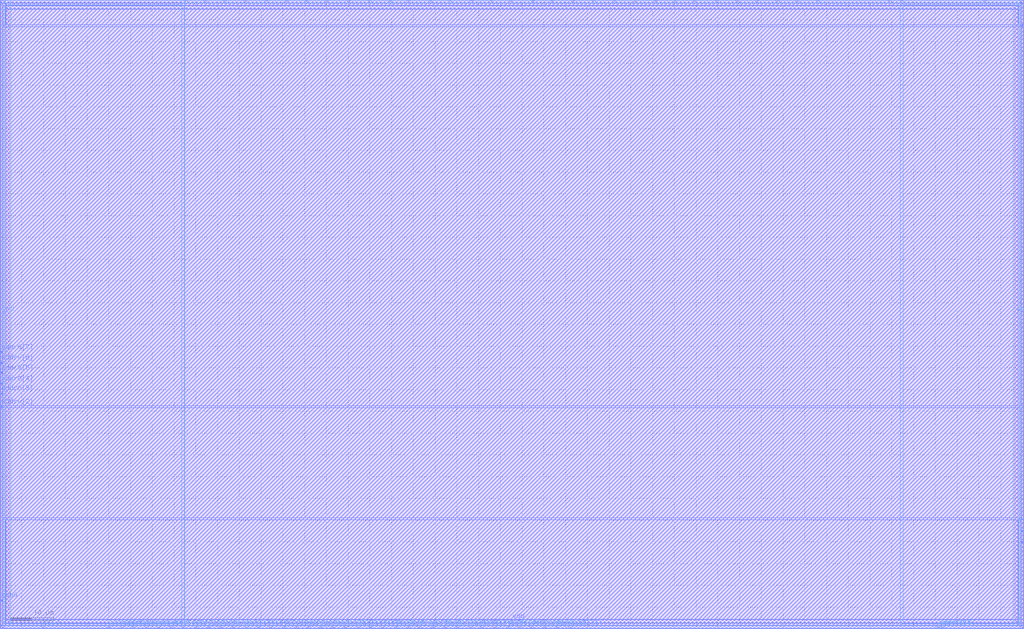
<source format=lef>
VERSION 5.4 ;
NAMESCASESENSITIVE ON ;
BUSBITCHARS "[]" ;
DIVIDERCHAR "/" ;
UNITS
  DATABASE MICRONS 2000 ;
END UNITS
MACRO dmem
   CLASS BLOCK ;
   SIZE 235.34 BY 144.62 ;
   SYMMETRY X Y R90 ;
   PIN din0[0]
      DIRECTION INPUT ;
      PORT
         LAYER metal4 ;
         RECT  42.0 0.0 42.14 0.42 ;
      END
   END din0[0]
   PIN din0[1]
      DIRECTION INPUT ;
      PORT
         LAYER metal4 ;
         RECT  45.08 0.0 45.22 0.42 ;
      END
   END din0[1]
   PIN din0[2]
      DIRECTION INPUT ;
      PORT
         LAYER metal4 ;
         RECT  47.88 0.0 48.02 0.42 ;
      END
   END din0[2]
   PIN din0[3]
      DIRECTION INPUT ;
      PORT
         LAYER metal4 ;
         RECT  50.68 0.0 50.82 0.42 ;
      END
   END din0[3]
   PIN din0[4]
      DIRECTION INPUT ;
      PORT
         LAYER metal4 ;
         RECT  53.48 0.0 53.62 0.42 ;
      END
   END din0[4]
   PIN din0[5]
      DIRECTION INPUT ;
      PORT
         LAYER metal4 ;
         RECT  56.56 0.0 56.7 0.42 ;
      END
   END din0[5]
   PIN din0[6]
      DIRECTION INPUT ;
      PORT
         LAYER metal4 ;
         RECT  59.36 0.0 59.5 0.42 ;
      END
   END din0[6]
   PIN din0[7]
      DIRECTION INPUT ;
      PORT
         LAYER metal4 ;
         RECT  62.16 0.0 62.3 0.42 ;
      END
   END din0[7]
   PIN din0[8]
      DIRECTION INPUT ;
      PORT
         LAYER metal4 ;
         RECT  65.24 0.0 65.38 0.42 ;
      END
   END din0[8]
   PIN din0[9]
      DIRECTION INPUT ;
      PORT
         LAYER metal4 ;
         RECT  68.04 0.0 68.18 0.42 ;
      END
   END din0[9]
   PIN din0[10]
      DIRECTION INPUT ;
      PORT
         LAYER metal4 ;
         RECT  70.84 0.0 70.98 0.42 ;
      END
   END din0[10]
   PIN din0[11]
      DIRECTION INPUT ;
      PORT
         LAYER metal4 ;
         RECT  73.64 0.0 73.78 0.42 ;
      END
   END din0[11]
   PIN din0[12]
      DIRECTION INPUT ;
      PORT
         LAYER metal4 ;
         RECT  76.44 0.0 76.58 0.42 ;
      END
   END din0[12]
   PIN din0[13]
      DIRECTION INPUT ;
      PORT
         LAYER metal4 ;
         RECT  79.24 0.0 79.38 0.42 ;
      END
   END din0[13]
   PIN din0[14]
      DIRECTION INPUT ;
      PORT
         LAYER metal4 ;
         RECT  82.32 0.0 82.46 0.42 ;
      END
   END din0[14]
   PIN din0[15]
      DIRECTION INPUT ;
      PORT
         LAYER metal4 ;
         RECT  85.12 0.0 85.26 0.42 ;
      END
   END din0[15]
   PIN din0[16]
      DIRECTION INPUT ;
      PORT
         LAYER metal4 ;
         RECT  87.92 0.0 88.06 0.42 ;
      END
   END din0[16]
   PIN din0[17]
      DIRECTION INPUT ;
      PORT
         LAYER metal4 ;
         RECT  91.0 0.0 91.14 0.42 ;
      END
   END din0[17]
   PIN din0[18]
      DIRECTION INPUT ;
      PORT
         LAYER metal4 ;
         RECT  93.8 0.0 93.94 0.42 ;
      END
   END din0[18]
   PIN din0[19]
      DIRECTION INPUT ;
      PORT
         LAYER metal4 ;
         RECT  96.32 0.0 96.46 0.42 ;
      END
   END din0[19]
   PIN din0[20]
      DIRECTION INPUT ;
      PORT
         LAYER metal4 ;
         RECT  99.4 0.0 99.54 0.42 ;
      END
   END din0[20]
   PIN din0[21]
      DIRECTION INPUT ;
      PORT
         LAYER metal4 ;
         RECT  102.2 0.0 102.34 0.42 ;
      END
   END din0[21]
   PIN din0[22]
      DIRECTION INPUT ;
      PORT
         LAYER metal4 ;
         RECT  105.0 0.0 105.14 0.42 ;
      END
   END din0[22]
   PIN din0[23]
      DIRECTION INPUT ;
      PORT
         LAYER metal4 ;
         RECT  108.08 0.0 108.22 0.42 ;
      END
   END din0[23]
   PIN din0[24]
      DIRECTION INPUT ;
      PORT
         LAYER metal4 ;
         RECT  110.6 0.0 110.74 0.42 ;
      END
   END din0[24]
   PIN din0[25]
      DIRECTION INPUT ;
      PORT
         LAYER metal4 ;
         RECT  113.68 0.0 113.82 0.42 ;
      END
   END din0[25]
   PIN din0[26]
      DIRECTION INPUT ;
      PORT
         LAYER metal4 ;
         RECT  116.76 0.0 116.9 0.42 ;
      END
   END din0[26]
   PIN din0[27]
      DIRECTION INPUT ;
      PORT
         LAYER metal4 ;
         RECT  119.28 0.0 119.42 0.42 ;
      END
   END din0[27]
   PIN din0[28]
      DIRECTION INPUT ;
      PORT
         LAYER metal4 ;
         RECT  122.08 0.0 122.22 0.42 ;
      END
   END din0[28]
   PIN din0[29]
      DIRECTION INPUT ;
      PORT
         LAYER metal4 ;
         RECT  125.16 0.0 125.3 0.42 ;
      END
   END din0[29]
   PIN din0[30]
      DIRECTION INPUT ;
      PORT
         LAYER metal4 ;
         RECT  127.96 0.0 128.1 0.42 ;
      END
   END din0[30]
   PIN din0[31]
      DIRECTION INPUT ;
      PORT
         LAYER metal4 ;
         RECT  131.04 0.0 131.18 0.42 ;
      END
   END din0[31]
   PIN addr0[0]
      DIRECTION INPUT ;
      PORT
         LAYER metal4 ;
         RECT  24.92 0.0 25.06 0.42 ;
      END
   END addr0[0]
   PIN addr0[1]
      DIRECTION INPUT ;
      PORT
         LAYER metal4 ;
         RECT  28.0 0.0 28.14 0.42 ;
      END
   END addr0[1]
   PIN addr0[2]
      DIRECTION INPUT ;
      PORT
         LAYER metal3 ;
         RECT  0.0 50.96 0.42 51.1 ;
      END
   END addr0[2]
   PIN addr0[3]
      DIRECTION INPUT ;
      PORT
         LAYER metal3 ;
         RECT  0.0 54.04 0.42 54.18 ;
      END
   END addr0[3]
   PIN addr0[4]
      DIRECTION INPUT ;
      PORT
         LAYER metal3 ;
         RECT  0.0 56.28 0.42 56.42 ;
      END
   END addr0[4]
   PIN addr0[5]
      DIRECTION INPUT ;
      PORT
         LAYER metal3 ;
         RECT  0.0 58.8 0.42 58.94 ;
      END
   END addr0[5]
   PIN addr0[6]
      DIRECTION INPUT ;
      PORT
         LAYER metal3 ;
         RECT  0.0 61.04 0.42 61.18 ;
      END
   END addr0[6]
   PIN addr0[7]
      DIRECTION INPUT ;
      PORT
         LAYER metal3 ;
         RECT  0.0 63.56 0.42 63.7 ;
      END
   END addr0[7]
   PIN addr1[0]
      DIRECTION INPUT ;
      PORT
         LAYER metal4 ;
         RECT  207.2 144.2 207.34 144.62 ;
      END
   END addr1[0]
   PIN addr1[1]
      DIRECTION INPUT ;
      PORT
         LAYER metal4 ;
         RECT  204.4 144.2 204.54 144.62 ;
      END
   END addr1[1]
   PIN addr1[2]
      DIRECTION INPUT ;
      PORT
         LAYER metal3 ;
         RECT  234.92 25.2 235.34 25.34 ;
      END
   END addr1[2]
   PIN addr1[3]
      DIRECTION INPUT ;
      PORT
         LAYER metal3 ;
         RECT  234.92 22.4 235.34 22.54 ;
      END
   END addr1[3]
   PIN addr1[4]
      DIRECTION INPUT ;
      PORT
         LAYER metal3 ;
         RECT  234.92 19.88 235.34 20.02 ;
      END
   END addr1[4]
   PIN addr1[5]
      DIRECTION INPUT ;
      PORT
         LAYER metal4 ;
         RECT  216.72 0.0 216.86 0.42 ;
      END
   END addr1[5]
   PIN addr1[6]
      DIRECTION INPUT ;
      PORT
         LAYER metal4 ;
         RECT  215.6 0.0 215.74 0.42 ;
      END
   END addr1[6]
   PIN addr1[7]
      DIRECTION INPUT ;
      PORT
         LAYER metal4 ;
         RECT  215.88 0.0 216.02 0.42 ;
      END
   END addr1[7]
   PIN csb0
      DIRECTION INPUT ;
      PORT
         LAYER metal3 ;
         RECT  0.0 6.44 0.42 6.58 ;
      END
   END csb0
   PIN csb1
      DIRECTION INPUT ;
      PORT
         LAYER metal3 ;
         RECT  234.92 138.6 235.34 138.74 ;
      END
   END csb1
   PIN clk0
      DIRECTION INPUT ;
      PORT
         LAYER metal4 ;
         RECT  9.8 0.0 9.94 0.42 ;
      END
   END clk0
   PIN clk1
      DIRECTION INPUT ;
      PORT
         LAYER metal4 ;
         RECT  226.24 144.2 226.38 144.62 ;
      END
   END clk1
   PIN wmask0[0]
      DIRECTION INPUT ;
      PORT
         LAYER metal4 ;
         RECT  30.52 0.0 30.66 0.42 ;
      END
   END wmask0[0]
   PIN wmask0[1]
      DIRECTION INPUT ;
      PORT
         LAYER metal4 ;
         RECT  33.6 0.0 33.74 0.42 ;
      END
   END wmask0[1]
   PIN wmask0[2]
      DIRECTION INPUT ;
      PORT
         LAYER metal4 ;
         RECT  36.4 0.0 36.54 0.42 ;
      END
   END wmask0[2]
   PIN wmask0[3]
      DIRECTION INPUT ;
      PORT
         LAYER metal4 ;
         RECT  39.2 0.0 39.34 0.42 ;
      END
   END wmask0[3]
   PIN dout1[0]
      DIRECTION OUTPUT ;
      PORT
         LAYER metal4 ;
         RECT  42.56 144.2 42.7 144.62 ;
      END
   END dout1[0]
   PIN dout1[1]
      DIRECTION OUTPUT ;
      PORT
         LAYER metal4 ;
         RECT  47.04 144.2 47.18 144.62 ;
      END
   END dout1[1]
   PIN dout1[2]
      DIRECTION OUTPUT ;
      PORT
         LAYER metal4 ;
         RECT  51.52 144.2 51.66 144.62 ;
      END
   END dout1[2]
   PIN dout1[3]
      DIRECTION OUTPUT ;
      PORT
         LAYER metal4 ;
         RECT  56.28 144.2 56.42 144.62 ;
      END
   END dout1[3]
   PIN dout1[4]
      DIRECTION OUTPUT ;
      PORT
         LAYER metal4 ;
         RECT  61.04 144.2 61.18 144.62 ;
      END
   END dout1[4]
   PIN dout1[5]
      DIRECTION OUTPUT ;
      PORT
         LAYER metal4 ;
         RECT  65.8 144.2 65.94 144.62 ;
      END
   END dout1[5]
   PIN dout1[6]
      DIRECTION OUTPUT ;
      PORT
         LAYER metal4 ;
         RECT  70.28 144.2 70.42 144.62 ;
      END
   END dout1[6]
   PIN dout1[7]
      DIRECTION OUTPUT ;
      PORT
         LAYER metal4 ;
         RECT  75.04 144.2 75.18 144.62 ;
      END
   END dout1[7]
   PIN dout1[8]
      DIRECTION OUTPUT ;
      PORT
         LAYER metal4 ;
         RECT  80.08 144.2 80.22 144.62 ;
      END
   END dout1[8]
   PIN dout1[9]
      DIRECTION OUTPUT ;
      PORT
         LAYER metal4 ;
         RECT  84.84 144.2 84.98 144.62 ;
      END
   END dout1[9]
   PIN dout1[10]
      DIRECTION OUTPUT ;
      PORT
         LAYER metal4 ;
         RECT  89.6 144.2 89.74 144.62 ;
      END
   END dout1[10]
   PIN dout1[11]
      DIRECTION OUTPUT ;
      PORT
         LAYER metal4 ;
         RECT  93.8 144.2 93.94 144.62 ;
      END
   END dout1[11]
   PIN dout1[12]
      DIRECTION OUTPUT ;
      PORT
         LAYER metal4 ;
         RECT  98.84 144.2 98.98 144.62 ;
      END
   END dout1[12]
   PIN dout1[13]
      DIRECTION OUTPUT ;
      PORT
         LAYER metal4 ;
         RECT  103.32 144.2 103.46 144.62 ;
      END
   END dout1[13]
   PIN dout1[14]
      DIRECTION OUTPUT ;
      PORT
         LAYER metal4 ;
         RECT  108.36 144.2 108.5 144.62 ;
      END
   END dout1[14]
   PIN dout1[15]
      DIRECTION OUTPUT ;
      PORT
         LAYER metal4 ;
         RECT  112.84 144.2 112.98 144.62 ;
      END
   END dout1[15]
   PIN dout1[16]
      DIRECTION OUTPUT ;
      PORT
         LAYER metal4 ;
         RECT  117.32 144.2 117.46 144.62 ;
      END
   END dout1[16]
   PIN dout1[17]
      DIRECTION OUTPUT ;
      PORT
         LAYER metal4 ;
         RECT  122.36 144.2 122.5 144.62 ;
      END
   END dout1[17]
   PIN dout1[18]
      DIRECTION OUTPUT ;
      PORT
         LAYER metal4 ;
         RECT  126.84 144.2 126.98 144.62 ;
      END
   END dout1[18]
   PIN dout1[19]
      DIRECTION OUTPUT ;
      PORT
         LAYER metal4 ;
         RECT  131.6 144.2 131.74 144.62 ;
      END
   END dout1[19]
   PIN dout1[20]
      DIRECTION OUTPUT ;
      PORT
         LAYER metal4 ;
         RECT  136.36 144.2 136.5 144.62 ;
      END
   END dout1[20]
   PIN dout1[21]
      DIRECTION OUTPUT ;
      PORT
         LAYER metal4 ;
         RECT  141.12 144.2 141.26 144.62 ;
      END
   END dout1[21]
   PIN dout1[22]
      DIRECTION OUTPUT ;
      PORT
         LAYER metal4 ;
         RECT  145.88 144.2 146.02 144.62 ;
      END
   END dout1[22]
   PIN dout1[23]
      DIRECTION OUTPUT ;
      PORT
         LAYER metal4 ;
         RECT  150.64 144.2 150.78 144.62 ;
      END
   END dout1[23]
   PIN dout1[24]
      DIRECTION OUTPUT ;
      PORT
         LAYER metal4 ;
         RECT  155.12 144.2 155.26 144.62 ;
      END
   END dout1[24]
   PIN dout1[25]
      DIRECTION OUTPUT ;
      PORT
         LAYER metal4 ;
         RECT  159.6 144.2 159.74 144.62 ;
      END
   END dout1[25]
   PIN dout1[26]
      DIRECTION OUTPUT ;
      PORT
         LAYER metal4 ;
         RECT  164.64 144.2 164.78 144.62 ;
      END
   END dout1[26]
   PIN dout1[27]
      DIRECTION OUTPUT ;
      PORT
         LAYER metal4 ;
         RECT  169.4 144.2 169.54 144.62 ;
      END
   END dout1[27]
   PIN dout1[28]
      DIRECTION OUTPUT ;
      PORT
         LAYER metal4 ;
         RECT  173.88 144.2 174.02 144.62 ;
      END
   END dout1[28]
   PIN dout1[29]
      DIRECTION OUTPUT ;
      PORT
         LAYER metal4 ;
         RECT  178.64 144.2 178.78 144.62 ;
      END
   END dout1[29]
   PIN dout1[30]
      DIRECTION OUTPUT ;
      PORT
         LAYER metal4 ;
         RECT  183.12 144.2 183.26 144.62 ;
      END
   END dout1[30]
   PIN dout1[31]
      DIRECTION OUTPUT ;
      PORT
         LAYER metal4 ;
         RECT  187.88 144.2 188.02 144.62 ;
      END
   END dout1[31]
   PIN vdd
      DIRECTION INOUT ;
      USE POWER ; 
      SHAPE ABUTMENT ; 
      PORT
         LAYER metal4 ;
         RECT  1.4 1.4 2.1 143.22 ;
         LAYER metal3 ;
         RECT  1.4 142.52 233.94 143.22 ;
         LAYER metal3 ;
         RECT  1.4 1.4 233.94 2.1 ;
         LAYER metal4 ;
         RECT  233.24 1.4 233.94 143.22 ;
      END
   END vdd
   PIN gnd
      DIRECTION INOUT ;
      USE GROUND ; 
      SHAPE ABUTMENT ; 
      PORT
         LAYER metal3 ;
         RECT  0.0 0.0 235.34 0.7 ;
         LAYER metal3 ;
         RECT  0.0 143.92 235.34 144.62 ;
         LAYER metal4 ;
         RECT  234.64 0.0 235.34 144.62 ;
         LAYER metal4 ;
         RECT  0.0 0.0 0.7 144.62 ;
      END
   END gnd
   OBS
   LAYER  metal1 ;
      RECT  0.14 0.14 235.2 144.48 ;
   LAYER  metal2 ;
      RECT  0.14 0.14 235.2 144.48 ;
   LAYER  metal3 ;
      RECT  0.56 50.82 235.2 51.24 ;
      RECT  0.14 51.24 0.56 53.9 ;
      RECT  0.14 54.32 0.56 56.14 ;
      RECT  0.14 56.56 0.56 58.66 ;
      RECT  0.14 59.08 0.56 60.9 ;
      RECT  0.14 61.32 0.56 63.42 ;
      RECT  0.56 25.06 234.78 25.48 ;
      RECT  0.56 25.48 234.78 50.82 ;
      RECT  234.78 25.48 235.2 50.82 ;
      RECT  234.78 22.68 235.2 25.06 ;
      RECT  234.78 20.16 235.2 22.26 ;
      RECT  0.14 6.72 0.56 50.82 ;
      RECT  0.56 51.24 234.78 138.46 ;
      RECT  0.56 138.46 234.78 138.88 ;
      RECT  234.78 51.24 235.2 138.46 ;
      RECT  0.56 138.88 1.26 142.38 ;
      RECT  0.56 142.38 1.26 143.36 ;
      RECT  1.26 138.88 234.08 142.38 ;
      RECT  234.08 138.88 234.78 142.38 ;
      RECT  234.08 142.38 234.78 143.36 ;
      RECT  0.56 1.26 1.26 2.24 ;
      RECT  0.56 2.24 1.26 25.06 ;
      RECT  1.26 2.24 234.08 25.06 ;
      RECT  234.08 1.26 234.78 2.24 ;
      RECT  234.08 2.24 234.78 25.06 ;
      RECT  234.78 0.84 235.2 19.74 ;
      RECT  0.14 0.84 0.56 6.3 ;
      RECT  0.56 0.84 1.26 1.26 ;
      RECT  1.26 0.84 234.08 1.26 ;
      RECT  234.08 0.84 234.78 1.26 ;
      RECT  0.14 63.84 0.56 143.78 ;
      RECT  234.78 138.88 235.2 143.78 ;
      RECT  0.56 143.36 1.26 143.78 ;
      RECT  1.26 143.36 234.08 143.78 ;
      RECT  234.08 143.36 234.78 143.78 ;
   LAYER  metal4 ;
      RECT  42.42 0.14 44.8 0.7 ;
      RECT  45.5 0.14 47.6 0.7 ;
      RECT  48.3 0.14 50.4 0.7 ;
      RECT  51.1 0.14 53.2 0.7 ;
      RECT  53.9 0.14 56.28 0.7 ;
      RECT  56.98 0.14 59.08 0.7 ;
      RECT  59.78 0.14 61.88 0.7 ;
      RECT  62.58 0.14 64.96 0.7 ;
      RECT  65.66 0.14 67.76 0.7 ;
      RECT  68.46 0.14 70.56 0.7 ;
      RECT  71.26 0.14 73.36 0.7 ;
      RECT  74.06 0.14 76.16 0.7 ;
      RECT  76.86 0.14 78.96 0.7 ;
      RECT  79.66 0.14 82.04 0.7 ;
      RECT  82.74 0.14 84.84 0.7 ;
      RECT  85.54 0.14 87.64 0.7 ;
      RECT  88.34 0.14 90.72 0.7 ;
      RECT  91.42 0.14 93.52 0.7 ;
      RECT  94.22 0.14 96.04 0.7 ;
      RECT  96.74 0.14 99.12 0.7 ;
      RECT  99.82 0.14 101.92 0.7 ;
      RECT  102.62 0.14 104.72 0.7 ;
      RECT  105.42 0.14 107.8 0.7 ;
      RECT  108.5 0.14 110.32 0.7 ;
      RECT  111.02 0.14 113.4 0.7 ;
      RECT  114.1 0.14 116.48 0.7 ;
      RECT  117.18 0.14 119.0 0.7 ;
      RECT  119.7 0.14 121.8 0.7 ;
      RECT  122.5 0.14 124.88 0.7 ;
      RECT  125.58 0.14 127.68 0.7 ;
      RECT  128.38 0.14 130.76 0.7 ;
      RECT  25.34 0.14 27.72 0.7 ;
      RECT  42.42 0.7 206.92 143.92 ;
      RECT  206.92 0.7 207.62 143.92 ;
      RECT  204.82 143.92 206.92 144.48 ;
      RECT  131.46 0.14 215.32 0.7 ;
      RECT  216.3 0.14 216.44 0.7 ;
      RECT  10.22 0.14 24.64 0.7 ;
      RECT  207.62 143.92 225.96 144.48 ;
      RECT  28.42 0.14 30.24 0.7 ;
      RECT  30.94 0.14 33.32 0.7 ;
      RECT  34.02 0.14 36.12 0.7 ;
      RECT  36.82 0.14 38.92 0.7 ;
      RECT  39.62 0.14 41.72 0.7 ;
      RECT  41.72 0.7 42.28 143.92 ;
      RECT  41.72 143.92 42.28 144.48 ;
      RECT  42.28 0.7 42.42 143.92 ;
      RECT  42.98 143.92 46.76 144.48 ;
      RECT  47.46 143.92 51.24 144.48 ;
      RECT  51.94 143.92 56.0 144.48 ;
      RECT  56.7 143.92 60.76 144.48 ;
      RECT  61.46 143.92 65.52 144.48 ;
      RECT  66.22 143.92 70.0 144.48 ;
      RECT  70.7 143.92 74.76 144.48 ;
      RECT  75.46 143.92 79.8 144.48 ;
      RECT  80.5 143.92 84.56 144.48 ;
      RECT  85.26 143.92 89.32 144.48 ;
      RECT  90.02 143.92 93.52 144.48 ;
      RECT  94.22 143.92 98.56 144.48 ;
      RECT  99.26 143.92 103.04 144.48 ;
      RECT  103.74 143.92 108.08 144.48 ;
      RECT  108.78 143.92 112.56 144.48 ;
      RECT  113.26 143.92 117.04 144.48 ;
      RECT  117.74 143.92 122.08 144.48 ;
      RECT  122.78 143.92 126.56 144.48 ;
      RECT  127.26 143.92 131.32 144.48 ;
      RECT  132.02 143.92 136.08 144.48 ;
      RECT  136.78 143.92 140.84 144.48 ;
      RECT  141.54 143.92 145.6 144.48 ;
      RECT  146.3 143.92 150.36 144.48 ;
      RECT  151.06 143.92 154.84 144.48 ;
      RECT  155.54 143.92 159.32 144.48 ;
      RECT  160.02 143.92 164.36 144.48 ;
      RECT  165.06 143.92 169.12 144.48 ;
      RECT  169.82 143.92 173.6 144.48 ;
      RECT  174.3 143.92 178.36 144.48 ;
      RECT  179.06 143.92 182.84 144.48 ;
      RECT  183.54 143.92 187.6 144.48 ;
      RECT  188.3 143.92 204.12 144.48 ;
      RECT  1.12 0.7 2.38 1.12 ;
      RECT  1.12 143.5 2.38 144.48 ;
      RECT  2.38 0.7 41.72 1.12 ;
      RECT  2.38 1.12 41.72 143.5 ;
      RECT  2.38 143.5 41.72 144.48 ;
      RECT  207.62 0.7 232.96 1.12 ;
      RECT  207.62 1.12 232.96 143.5 ;
      RECT  207.62 143.5 232.96 143.92 ;
      RECT  232.96 0.7 234.22 1.12 ;
      RECT  232.96 143.5 234.22 143.92 ;
      RECT  217.14 0.14 234.36 0.7 ;
      RECT  226.66 143.92 234.36 144.48 ;
      RECT  234.22 0.7 234.36 1.12 ;
      RECT  234.22 1.12 234.36 143.5 ;
      RECT  234.22 143.5 234.36 143.92 ;
      RECT  0.98 0.14 9.52 0.7 ;
      RECT  0.98 0.7 1.12 1.12 ;
      RECT  0.98 1.12 1.12 143.5 ;
      RECT  0.98 143.5 1.12 144.48 ;
   END
END    dmem
END    LIBRARY

</source>
